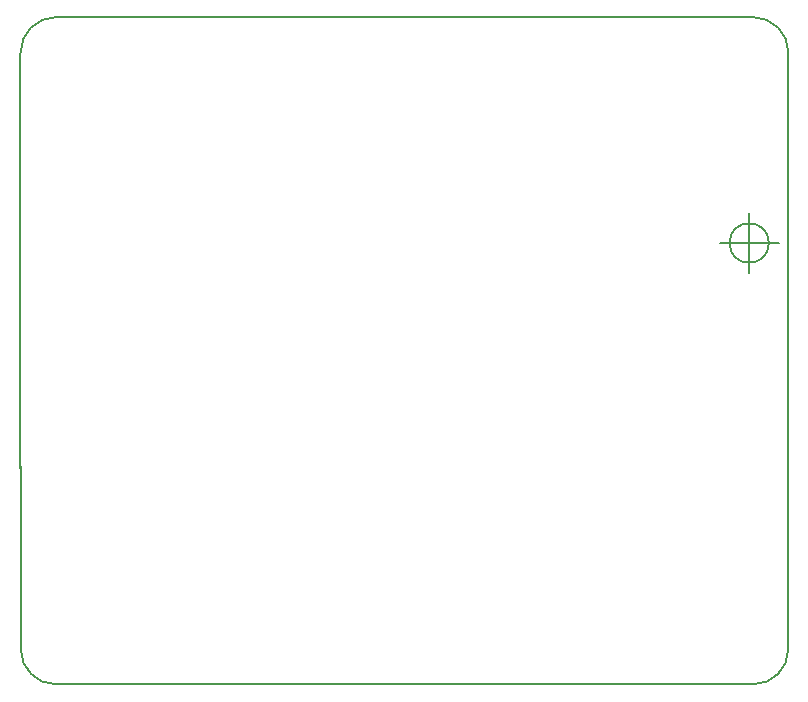
<source format=gm1>
G04 #@! TF.FileFunction,Profile,NP*
%FSLAX46Y46*%
G04 Gerber Fmt 4.6, Leading zero omitted, Abs format (unit mm)*
G04 Created by KiCad (PCBNEW 4.0.5) date 01/25/17 19:42:52*
%MOMM*%
%LPD*%
G01*
G04 APERTURE LIST*
%ADD10C,0.200000*%
%ADD11C,0.150000*%
G04 APERTURE END LIST*
D10*
D11*
X17208500Y-54698900D02*
X17208500Y-19519900D01*
X22752500Y-73016900D02*
X35152500Y-73016900D01*
X80597166Y-35648900D02*
G75*
G03X80597166Y-35648900I-1666666J0D01*
G01*
X76430500Y-35648900D02*
X81430500Y-35648900D01*
X78930500Y-33148900D02*
X78930500Y-38148900D01*
X22252500Y-73016900D02*
X22752500Y-73016900D01*
X34752500Y-73016900D02*
X79252500Y-73016900D01*
X20252500Y-73016900D02*
X22252500Y-73016900D01*
X17252500Y-70016900D02*
X17252500Y-54516900D01*
X17252500Y-70016900D02*
G75*
G03X20252500Y-73016900I3000000J0D01*
G01*
X79252500Y-73016900D02*
G75*
G03X82252500Y-70016900I0J3000000D01*
G01*
X82252500Y-19516900D02*
X82252500Y-70016900D01*
X82252500Y-19516900D02*
G75*
G03X79252500Y-16516900I-3000000J0D01*
G01*
X78252500Y-16516900D02*
X79252500Y-16516900D01*
X20252500Y-16516900D02*
G75*
G03X17252500Y-19516900I0J-3000000D01*
G01*
X20252500Y-16516900D02*
X78252500Y-16516900D01*
M02*

</source>
